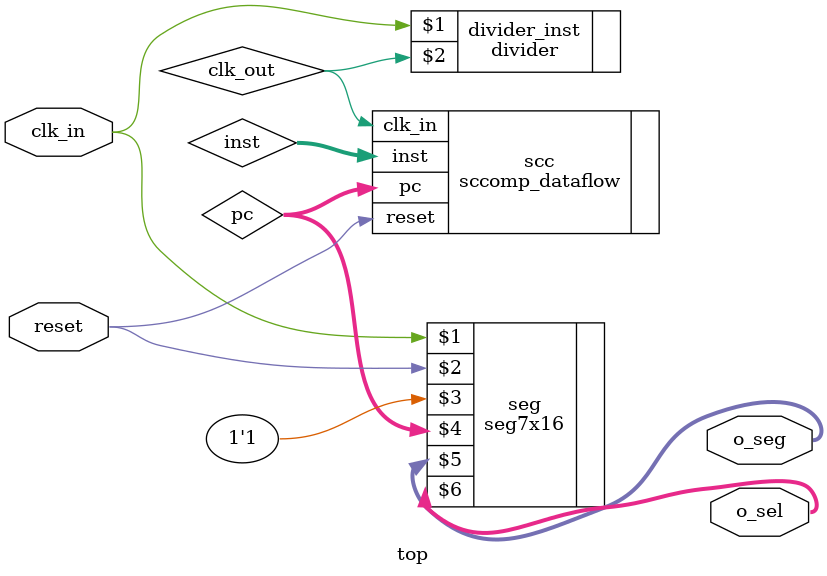
<source format=v>
module top(
  input clk_in,
  input reset,
  output [7:0]o_seg,
  output [7:0] o_sel

  //测试
 // output [31:0] pc,
  //output [31:0] inst

);
    wire [31:0]inst;
    wire [31:0]pc;
    wire clk_out;
    divider divider_inst(clk_in,clk_out);
    sccomp_dataflow scc(.clk_in(clk_out),.reset(reset),.inst(inst),.pc(pc));
    seg7x16 seg(clk_in, reset, 1'b1,pc, o_seg, o_sel);

 

endmodule

</source>
